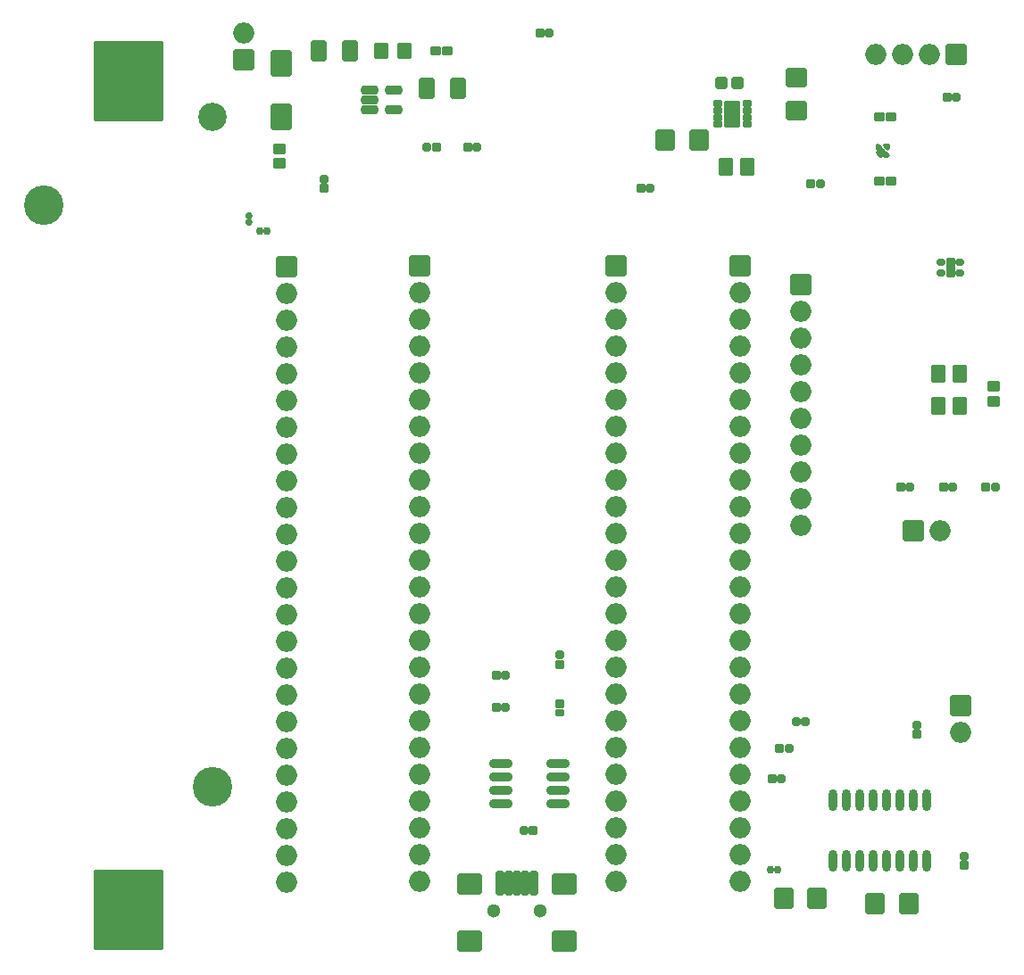
<source format=gbr>
%TF.GenerationSoftware,KiCad,Pcbnew,7.0.1-0*%
%TF.CreationDate,2023-04-13T21:49:40+02:00*%
%TF.ProjectId,Main,4d61696e-2e6b-4696-9361-645f70636258,V01*%
%TF.SameCoordinates,Original*%
%TF.FileFunction,Soldermask,Top*%
%TF.FilePolarity,Negative*%
%FSLAX46Y46*%
G04 Gerber Fmt 4.6, Leading zero omitted, Abs format (unit mm)*
G04 Created by KiCad (PCBNEW 7.0.1-0) date 2023-04-13 21:49:40*
%MOMM*%
%LPD*%
G01*
G04 APERTURE LIST*
G04 Aperture macros list*
%AMRoundRect*
0 Rectangle with rounded corners*
0 $1 Rounding radius*
0 $2 $3 $4 $5 $6 $7 $8 $9 X,Y pos of 4 corners*
0 Add a 4 corners polygon primitive as box body*
4,1,4,$2,$3,$4,$5,$6,$7,$8,$9,$2,$3,0*
0 Add four circle primitives for the rounded corners*
1,1,$1+$1,$2,$3*
1,1,$1+$1,$4,$5*
1,1,$1+$1,$6,$7*
1,1,$1+$1,$8,$9*
0 Add four rect primitives between the rounded corners*
20,1,$1+$1,$2,$3,$4,$5,0*
20,1,$1+$1,$4,$5,$6,$7,0*
20,1,$1+$1,$6,$7,$8,$9,0*
20,1,$1+$1,$8,$9,$2,$3,0*%
%AMFreePoly0*
4,1,20,-0.103741,0.342787,-0.044027,0.306197,0.255998,0.006197,0.288517,-0.042468,0.299936,-0.099873,0.299936,-0.200000,0.288518,-0.257403,0.256002,-0.306066,0.207339,-0.338582,0.149936,-0.350000,-0.150089,-0.350000,-0.207492,-0.338582,-0.256155,-0.306066,-0.288671,-0.257403,-0.300089,-0.200000,-0.300089,0.200127,-0.283741,0.268224,-0.238259,0.321478,-0.173558,0.348280,-0.103741,0.342787,
-0.103741,0.342787,$1*%
%AMFreePoly1*
4,1,22,0.207238,0.288722,0.255901,0.256206,0.288417,0.207543,0.299835,0.150140,0.299835,-0.200000,0.288417,-0.257403,0.255901,-0.306066,0.207238,-0.338582,0.149835,-0.350000,-0.150191,-0.350000,-0.207594,-0.338582,-0.256257,-0.306066,-0.288773,-0.257403,-0.300191,-0.200000,-0.300191,-0.099873,-0.288773,-0.042470,-0.256257,0.006193,-0.006244,0.256206,0.042419,0.288722,0.099822,0.300140,
0.149835,0.300140,0.207238,0.288722,0.207238,0.288722,$1*%
%AMFreePoly2*
4,1,22,0.207238,0.338582,0.255901,0.306066,0.288417,0.257403,0.299835,0.200000,0.299835,-0.149886,0.288417,-0.207289,0.255901,-0.255952,0.207238,-0.288468,0.149835,-0.299886,0.099822,-0.299886,0.042419,-0.288468,-0.006244,-0.255952,-0.256257,-0.005939,-0.288773,0.042724,-0.300191,0.100127,-0.300191,0.200000,-0.288773,0.257403,-0.256257,0.306066,-0.207594,0.338582,-0.150191,0.350000,
0.149835,0.350000,0.207238,0.338582,0.207238,0.338582,$1*%
%AMFreePoly3*
4,1,22,0.207339,0.338582,0.256002,0.306066,0.288518,0.257403,0.299936,0.200000,0.299936,0.100127,0.288518,0.042725,0.256002,-0.005939,0.005990,-0.255952,-0.042673,-0.288468,-0.100076,-0.299886,-0.150089,-0.299886,-0.207492,-0.288468,-0.256155,-0.255952,-0.288671,-0.207289,-0.300089,-0.149886,-0.300089,0.200000,-0.288671,0.257403,-0.256155,0.306066,-0.207492,0.338582,-0.150089,0.350000,
0.149936,0.350000,0.207339,0.338582,0.207339,0.338582,$1*%
G04 Aperture macros list end*
%ADD10RoundRect,0.150000X-0.863995X0.742507X-0.863995X-0.742507X0.863995X-0.742507X0.863995X0.742507X0*%
%ADD11RoundRect,0.300000X-0.512500X-0.150000X0.512500X-0.150000X0.512500X0.150000X-0.512500X0.150000X0*%
%ADD12RoundRect,0.150000X0.250000X0.270002X-0.250000X0.270002X-0.250000X-0.270002X0.250000X-0.270002X0*%
%ADD13RoundRect,0.150000X0.282829X0.270002X-0.282829X0.270002X-0.282829X-0.270002X0.282829X-0.270002X0*%
%ADD14RoundRect,0.150000X0.403238X0.432004X-0.403238X0.432004X-0.403238X-0.432004X0.403238X-0.432004X0*%
%ADD15RoundRect,0.150000X-0.450000X0.400000X-0.450000X-0.400000X0.450000X-0.400000X0.450000X0.400000X0*%
%ADD16RoundRect,0.150000X-0.270002X0.282829X-0.270002X-0.282829X0.270002X-0.282829X0.270002X0.282829X0*%
%ADD17RoundRect,0.150000X-0.270002X0.225000X-0.270002X-0.225000X0.270002X-0.225000X0.270002X0.225000X0*%
%ADD18RoundRect,0.150000X0.270002X-0.282829X0.270002X0.282829X-0.270002X0.282829X-0.270002X-0.282829X0*%
%ADD19RoundRect,0.150000X0.270002X-0.250000X0.270002X0.250000X-0.270002X0.250000X-0.270002X-0.250000X0*%
%ADD20RoundRect,0.150000X0.395047X0.270002X-0.395047X0.270002X-0.395047X-0.270002X0.395047X-0.270002X0*%
%ADD21RoundRect,0.150000X-0.282829X-0.270002X0.282829X-0.270002X0.282829X0.270002X-0.282829X0.270002X0*%
%ADD22RoundRect,0.150000X-0.250000X-0.270002X0.250000X-0.270002X0.250000X0.270002X-0.250000X0.270002X0*%
%ADD23RoundRect,0.150000X-0.850000X-0.850000X0.850000X-0.850000X0.850000X0.850000X-0.850000X0.850000X0*%
%ADD24O,2.000000X2.000000*%
%ADD25RoundRect,0.150000X0.350470X0.270002X-0.350470X0.270002X-0.350470X-0.270002X0.350470X-0.270002X0*%
%ADD26RoundRect,0.150000X0.300000X-0.175006X0.300000X0.175006X-0.300000X0.175006X-0.300000X-0.175006X0*%
%ADD27RoundRect,0.150000X0.650000X-1.100025X0.650000X1.100025X-0.650000X1.100025X-0.650000X-1.100025X0*%
%ADD28RoundRect,0.150000X0.250000X0.250000X-0.250000X0.250000X-0.250000X-0.250000X0.250000X-0.250000X0*%
%ADD29RoundRect,0.150000X-0.350470X-0.270002X0.350470X-0.270002X0.350470X0.270002X-0.350470X0.270002X0*%
%ADD30RoundRect,0.150000X-0.395047X-0.270002X0.395047X-0.270002X0.395047X0.270002X-0.395047X0.270002X0*%
%ADD31RoundRect,0.150000X-0.250000X-0.250000X0.250000X-0.250000X0.250000X0.250000X-0.250000X0.250000X0*%
%ADD32RoundRect,0.232500X0.082500X0.117500X-0.082500X0.117500X-0.082500X-0.117500X0.082500X-0.117500X0*%
%ADD33RoundRect,0.225000X0.075000X0.125000X-0.075000X0.125000X-0.075000X-0.125000X0.075000X-0.125000X0*%
%ADD34RoundRect,0.150000X-0.270002X0.250000X-0.270002X-0.250000X0.270002X-0.250000X0.270002X0.250000X0*%
%ADD35RoundRect,0.150000X0.450000X-0.400000X0.450000X0.400000X-0.450000X0.400000X-0.450000X-0.400000X0*%
%ADD36RoundRect,0.150000X-0.603759X-0.850508X0.603759X-0.850508X0.603759X0.850508X-0.603759X0.850508X0*%
%ADD37O,0.859995X2.045009*%
%ADD38RoundRect,0.150000X0.742507X0.863995X-0.742507X0.863995X-0.742507X-0.863995X0.742507X-0.863995X0*%
%ADD39RoundRect,0.150000X-0.742507X-0.863995X0.742507X-0.863995X0.742507X0.863995X-0.742507X0.863995X0*%
%ADD40RoundRect,0.150000X0.500000X0.625006X-0.500000X0.625006X-0.500000X-0.625006X0.500000X-0.625006X0*%
%ADD41C,2.690000*%
%ADD42C,3.750000*%
%ADD43RoundRect,0.150000X-3.175000X3.670000X-3.175000X-3.670000X3.175000X-3.670000X3.175000X3.670000X0*%
%ADD44RoundRect,0.150000X0.566268X0.688506X-0.566268X0.688506X-0.566268X-0.688506X0.566268X-0.688506X0*%
%ADD45RoundRect,0.150000X0.850000X0.850000X-0.850000X0.850000X-0.850000X-0.850000X0.850000X-0.850000X0*%
%ADD46RoundRect,0.150000X-0.850000X0.850000X-0.850000X-0.850000X0.850000X-0.850000X0.850000X0.850000X0*%
%ADD47RoundRect,0.150000X0.850000X-0.850000X0.850000X0.850000X-0.850000X0.850000X-0.850000X-0.850000X0*%
%ADD48RoundRect,0.237500X0.187500X0.087500X-0.187500X0.087500X-0.187500X-0.087500X0.187500X-0.087500X0*%
%ADD49RoundRect,0.300000X0.150000X0.650000X-0.150000X0.650000X-0.150000X-0.650000X0.150000X-0.650000X0*%
%ADD50RoundRect,0.232500X0.082500X-0.082500X0.082500X0.082500X-0.082500X0.082500X-0.082500X-0.082500X0*%
%ADD51C,1.300000*%
%ADD52RoundRect,0.150000X-0.250000X-1.000000X0.250000X-1.000000X0.250000X1.000000X-0.250000X1.000000X0*%
%ADD53RoundRect,0.150000X-1.000000X-0.850000X1.000000X-0.850000X1.000000X0.850000X-1.000000X0.850000X0*%
%ADD54RoundRect,0.150000X0.603759X0.850508X-0.603759X0.850508X-0.603759X-0.850508X0.603759X-0.850508X0*%
%ADD55O,2.250216X0.868402*%
%ADD56FreePoly0,180.000000*%
%ADD57FreePoly1,270.000000*%
%ADD58FreePoly2,0.000000*%
%ADD59FreePoly3,90.000000*%
%ADD60RoundRect,0.150000X0.000000X-0.070711X0.070711X0.000000X0.000000X0.070711X-0.070711X0.000000X0*%
%ADD61RoundRect,0.150000X0.850000X-1.100000X0.850000X1.100000X-0.850000X1.100000X-0.850000X-1.100000X0*%
G04 APERTURE END LIST*
D10*
%TO.C,C3*%
X168750000Y-51400000D03*
X168750000Y-54585166D03*
%TD*%
D11*
%TO.C,U4*%
X128281000Y-52616817D03*
X128281000Y-53566817D03*
X128281000Y-54516817D03*
X130556000Y-54516817D03*
X130556000Y-52616817D03*
%TD*%
D12*
%TO.C,R9*%
X168042817Y-115089000D03*
D13*
X167177183Y-115089000D03*
%TD*%
D14*
%TO.C,R4*%
X163150000Y-51950000D03*
X161643268Y-51950000D03*
%TD*%
D15*
%TO.C,C1*%
X119750000Y-58180810D03*
X119750000Y-59580860D03*
%TD*%
D16*
%TO.C,R19*%
X146304000Y-110894366D03*
D17*
X146304000Y-111760000D03*
%TD*%
D18*
%TO.C,R23*%
X184696000Y-126198634D03*
D19*
X184696000Y-125333000D03*
%TD*%
D20*
%TO.C,C2*%
X135636000Y-48928817D03*
X134545830Y-48928817D03*
%TD*%
D21*
%TO.C,R13*%
X178625183Y-90336000D03*
D22*
X179490817Y-90336000D03*
%TD*%
D23*
%TO.C,J13*%
X184350000Y-111075000D03*
D24*
X184350000Y-113615000D03*
%TD*%
D20*
%TO.C,C10*%
X177722000Y-55170000D03*
D25*
X176631830Y-55170000D03*
%TD*%
D26*
%TO.C,U6*%
X164084000Y-55880000D03*
X164084254Y-55220107D03*
X164084254Y-54560213D03*
X164084254Y-53900066D03*
X161284152Y-53900066D03*
X161284152Y-54560213D03*
X161284152Y-55220107D03*
X161284152Y-55880000D03*
D27*
X162684203Y-54890160D03*
%TD*%
D21*
%TO.C,R14*%
X182689183Y-90336000D03*
D22*
X183554817Y-90336000D03*
%TD*%
D28*
%TO.C,R28*%
X183925634Y-53296000D03*
D13*
X183060000Y-53296000D03*
%TD*%
D29*
%TO.C,C11*%
X176631830Y-61266000D03*
D30*
X177722000Y-61266000D03*
%TD*%
D22*
%TO.C,R24*%
X168752366Y-112599000D03*
X169618000Y-112599000D03*
%TD*%
D21*
%TO.C,R10*%
X137567183Y-58000000D03*
D31*
X138432817Y-58000000D03*
%TD*%
D32*
%TO.C,C8*%
X166966000Y-126633000D03*
D33*
X166326000Y-126633000D03*
%TD*%
D34*
%TO.C,R20*%
X146304000Y-106247183D03*
D16*
X146304000Y-107112817D03*
%TD*%
D35*
%TO.C,C7*%
X187452000Y-82172050D03*
X187452000Y-80772000D03*
%TD*%
D36*
%TO.C,Rprog1*%
X133694418Y-52484817D03*
X136652000Y-52484817D03*
%TD*%
D24*
%TO.C,J3-Left1*%
X120400000Y-127780000D03*
X120400000Y-125240000D03*
X120400000Y-122700000D03*
X120400000Y-120160000D03*
X120400000Y-117620000D03*
X120400000Y-115080000D03*
X120400000Y-112540000D03*
X120400000Y-110000000D03*
X120400000Y-107460000D03*
X120400000Y-104920000D03*
X120400000Y-102380000D03*
X120400000Y-99840000D03*
X120400000Y-97300000D03*
X120400000Y-94760000D03*
X120400000Y-92220000D03*
X120400000Y-89680000D03*
X120400000Y-87140000D03*
X120400000Y-84600000D03*
X120400000Y-82060000D03*
X120400000Y-79520000D03*
X120400000Y-76980000D03*
X120400000Y-74440000D03*
X120400000Y-71900000D03*
D23*
X120400000Y-69360000D03*
%TD*%
D37*
%TO.C,U1*%
X172190991Y-125758492D03*
X173460994Y-125758492D03*
X174730996Y-125758492D03*
X176000999Y-125758492D03*
X177271001Y-125758492D03*
X178541004Y-125758492D03*
X179811006Y-125758492D03*
X181081009Y-125758492D03*
X181081009Y-120013508D03*
X179811006Y-120013508D03*
X178541004Y-120013508D03*
X177271001Y-120013508D03*
X176000999Y-120013508D03*
X174730996Y-120013508D03*
X173460994Y-120013508D03*
X172190991Y-120013508D03*
%TD*%
D12*
%TO.C,R22*%
X167346000Y-117983000D03*
D13*
X166480366Y-117983000D03*
%TD*%
D38*
%TO.C,C6*%
X179407166Y-129871000D03*
X176222000Y-129871000D03*
%TD*%
D39*
%TO.C,C4*%
X156326834Y-57404000D03*
X159512000Y-57404000D03*
%TD*%
D28*
%TO.C,R7*%
X154900000Y-61936000D03*
D13*
X154034366Y-61936000D03*
%TD*%
D40*
%TO.C,StatusLED*%
X129371848Y-48928817D03*
X131572000Y-48928817D03*
%TD*%
D41*
%TO.C,BT1*%
X113410000Y-55180000D03*
D42*
X97410000Y-63510000D03*
X113410000Y-118710000D03*
D43*
X105410000Y-51780000D03*
X105410000Y-130440000D03*
%TD*%
D44*
%TO.C,R12*%
X184240000Y-79536000D03*
X182240000Y-79536000D03*
%TD*%
%TO.C,R11*%
X184240000Y-82584000D03*
X182240000Y-82584000D03*
%TD*%
D23*
%TO.C,J6-Right1*%
X163400000Y-69340000D03*
D24*
X163400000Y-71880000D03*
X163400000Y-74420000D03*
X163400000Y-76960000D03*
X163400000Y-79500000D03*
X163400000Y-82040000D03*
X163400000Y-84580000D03*
X163400000Y-87120000D03*
X163400000Y-89660000D03*
X163400000Y-92200000D03*
X163400000Y-94740000D03*
X163400000Y-97280000D03*
X163400000Y-99820000D03*
X163400000Y-102360000D03*
X163400000Y-104900000D03*
X163400000Y-107440000D03*
X163400000Y-109980000D03*
X163400000Y-112520000D03*
X163400000Y-115060000D03*
X163400000Y-117600000D03*
X163400000Y-120140000D03*
X163400000Y-122680000D03*
X163400000Y-125220000D03*
X163400000Y-127760000D03*
%TD*%
D18*
%TO.C,R27*%
X123950000Y-61965634D03*
D19*
X123950000Y-61100000D03*
%TD*%
D24*
%TO.C,J2*%
X116332000Y-47244000D03*
D45*
X116332000Y-49784000D03*
%TD*%
D46*
%TO.C,J8*%
X183896000Y-49276000D03*
D24*
X181356000Y-49276000D03*
X178816000Y-49276000D03*
X176276000Y-49276000D03*
%TD*%
D47*
%TO.C,J9*%
X179832000Y-94488000D03*
D24*
X182372000Y-94488000D03*
%TD*%
D21*
%TO.C,R18*%
X140283183Y-108204000D03*
D22*
X141148817Y-108204000D03*
%TD*%
D48*
%TO.C,U3*%
X184276000Y-70000000D03*
X184276000Y-69000000D03*
X182426000Y-69000000D03*
X182426000Y-70000000D03*
D49*
X183351000Y-69500000D03*
%TD*%
D50*
%TO.C,R2*%
X116840000Y-65181000D03*
X116840000Y-64541000D03*
%TD*%
D21*
%TO.C,R8*%
X170134366Y-61550000D03*
D31*
X171000000Y-61550000D03*
%TD*%
D23*
%TO.C,J4-Left1*%
X133020000Y-69340000D03*
D24*
X133020000Y-71880000D03*
X133020000Y-74420000D03*
X133020000Y-76960000D03*
X133020000Y-79500000D03*
X133020000Y-82040000D03*
X133020000Y-84580000D03*
X133020000Y-87120000D03*
X133020000Y-89660000D03*
X133020000Y-92200000D03*
X133020000Y-94740000D03*
X133020000Y-97280000D03*
X133020000Y-99820000D03*
X133020000Y-102360000D03*
X133020000Y-104900000D03*
X133020000Y-107440000D03*
X133020000Y-109980000D03*
X133020000Y-112520000D03*
X133020000Y-115060000D03*
X133020000Y-117600000D03*
X133020000Y-120140000D03*
X133020000Y-122680000D03*
X133020000Y-125220000D03*
X133020000Y-127760000D03*
%TD*%
D21*
%TO.C,R15*%
X186728183Y-90336000D03*
D22*
X187593817Y-90336000D03*
%TD*%
D34*
%TO.C,R25*%
X180196000Y-112883000D03*
D16*
X180196000Y-113748634D03*
%TD*%
D21*
%TO.C,R6*%
X144422366Y-47244000D03*
D22*
X145288000Y-47244000D03*
%TD*%
%TO.C,R21*%
X142898366Y-122936000D03*
D21*
X143764000Y-122936000D03*
%TD*%
D33*
%TO.C,R3*%
X118496000Y-66040000D03*
X117856000Y-66040000D03*
%TD*%
D21*
%TO.C,R17*%
X140283183Y-111252000D03*
D22*
X141148817Y-111252000D03*
%TD*%
D38*
%TO.C,C5*%
X170702583Y-129363000D03*
X167517417Y-129363000D03*
%TD*%
D51*
%TO.C,J1*%
X140040000Y-130556000D03*
X144440000Y-130556000D03*
D52*
X140640000Y-127856000D03*
X141440000Y-127856000D03*
X142240000Y-127856000D03*
X143040000Y-127856000D03*
X143840000Y-127856000D03*
D53*
X137790000Y-127956000D03*
X137790000Y-133406000D03*
X146690000Y-127956000D03*
X146690000Y-133406000D03*
%TD*%
D23*
%TO.C,J7*%
X169164000Y-71120000D03*
D24*
X169164000Y-73660000D03*
X169164000Y-76200000D03*
X169164000Y-78740000D03*
X169164000Y-81280000D03*
X169164000Y-83820000D03*
X169164000Y-86360000D03*
X169164000Y-88900000D03*
X169164000Y-91440000D03*
X169164000Y-93980000D03*
%TD*%
D23*
%TO.C,J5-Right1*%
X151600000Y-69340000D03*
D24*
X151600000Y-71880000D03*
X151600000Y-74420000D03*
X151600000Y-76960000D03*
X151600000Y-79500000D03*
X151600000Y-82040000D03*
X151600000Y-84580000D03*
X151600000Y-87120000D03*
X151600000Y-89660000D03*
X151600000Y-92200000D03*
X151600000Y-94740000D03*
X151600000Y-97280000D03*
X151600000Y-99820000D03*
X151600000Y-102360000D03*
X151600000Y-104900000D03*
X151600000Y-107440000D03*
X151600000Y-109980000D03*
X151600000Y-112520000D03*
X151600000Y-115060000D03*
X151600000Y-117600000D03*
X151600000Y-120140000D03*
X151600000Y-122680000D03*
X151600000Y-125220000D03*
X151600000Y-127760000D03*
%TD*%
D54*
%TO.C,R1*%
X126446791Y-48928817D03*
X123489209Y-48928817D03*
%TD*%
D55*
%TO.C,U7*%
X140716000Y-116585997D03*
X140716000Y-117856000D03*
X140716000Y-119126002D03*
X140716000Y-120396005D03*
X146126210Y-120396005D03*
X146126210Y-119126002D03*
X146126210Y-117856000D03*
X146126210Y-116585997D03*
%TD*%
D44*
%TO.C,R5*%
X164068000Y-59944000D03*
X162068000Y-59944000D03*
%TD*%
D56*
%TO.C,U5*%
X176650000Y-58724994D03*
D57*
X177276112Y-58724994D03*
D58*
X177276112Y-58075006D03*
D59*
X176650000Y-58075006D03*
D60*
X176962929Y-58399873D03*
%TD*%
D31*
%TO.C,R16*%
X133717183Y-58000000D03*
D21*
X134582817Y-58000000D03*
%TD*%
D61*
%TO.C,D1*%
X119850000Y-55180810D03*
X119850000Y-50050000D03*
%TD*%
M02*

</source>
